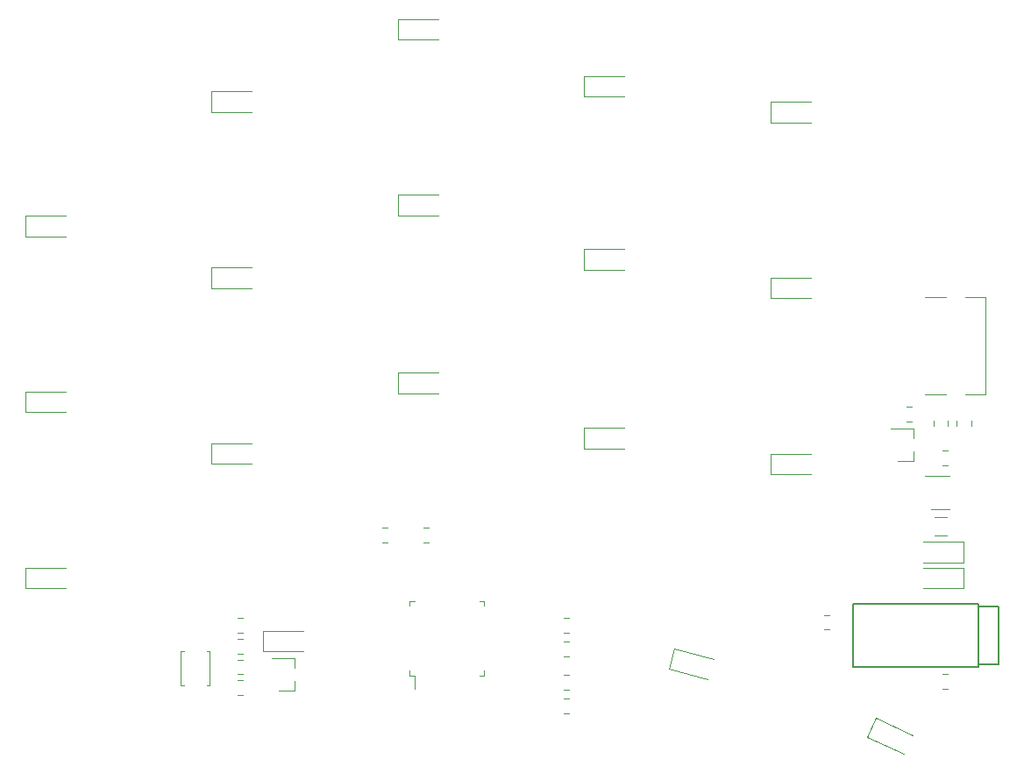
<source format=gbr>
%TF.GenerationSoftware,KiCad,Pcbnew,(6.0.7)*%
%TF.CreationDate,2022-09-28T21:23:56+08:00*%
%TF.ProjectId,ferris_left,66657272-6973-45f6-9c65-66742e6b6963,rev?*%
%TF.SameCoordinates,Original*%
%TF.FileFunction,Legend,Top*%
%TF.FilePolarity,Positive*%
%FSLAX46Y46*%
G04 Gerber Fmt 4.6, Leading zero omitted, Abs format (unit mm)*
G04 Created by KiCad (PCBNEW (6.0.7)) date 2022-09-28 21:23:56*
%MOMM*%
%LPD*%
G01*
G04 APERTURE LIST*
%ADD10C,0.120000*%
%ADD11C,0.150000*%
G04 APERTURE END LIST*
D10*
%TO.C,R1*%
X105408456Y-54101285D02*
X104885952Y-54101285D01*
X105408456Y-55521285D02*
X104885952Y-55521285D01*
%TO.C,D2_1*%
X37750000Y-57650000D02*
X41650000Y-57650000D01*
X37750000Y-59650000D02*
X41650000Y-59650000D01*
X37750000Y-57650000D02*
X37750000Y-59650000D01*
%TO.C,D1_0*%
X19750000Y-52650000D02*
X19750000Y-54650000D01*
X19750000Y-52650000D02*
X23650000Y-52650000D01*
X19750000Y-54650000D02*
X23650000Y-54650000D01*
%TO.C,D2_4*%
X91750000Y-60650000D02*
X95650000Y-60650000D01*
X91750000Y-58650000D02*
X95650000Y-58650000D01*
X91750000Y-58650000D02*
X91750000Y-60650000D01*
%TO.C,D2_0*%
X19750000Y-71650000D02*
X23650000Y-71650000D01*
X19750000Y-69650000D02*
X23650000Y-69650000D01*
X19750000Y-69650000D02*
X19750000Y-71650000D01*
%TO.C,D0_2*%
X55750000Y-16650000D02*
X55750000Y-18650000D01*
X55750000Y-16650000D02*
X59650000Y-16650000D01*
X55750000Y-18650000D02*
X59650000Y-18650000D01*
%TO.C,J1*%
X110585000Y-52960000D02*
X112485000Y-52960000D01*
X106685000Y-43560000D02*
X108685000Y-43560000D01*
X106685000Y-52960000D02*
X108685000Y-52960000D01*
X110585000Y-43560000D02*
X112485000Y-43560000D01*
X112485000Y-52960000D02*
X112485000Y-43560000D01*
%TO.C,D1_1*%
X37750000Y-40650000D02*
X37750000Y-42650000D01*
X37750000Y-40650000D02*
X41650000Y-40650000D01*
X37750000Y-42650000D02*
X41650000Y-42650000D01*
%TO.C,D0_3*%
X73750000Y-22150000D02*
X73750000Y-24150000D01*
X73750000Y-22150000D02*
X77650000Y-22150000D01*
X73750000Y-24150000D02*
X77650000Y-24150000D01*
%TO.C,D3_4*%
X101056323Y-86012196D02*
X104590924Y-87660407D01*
X101901560Y-84199580D02*
X105436160Y-85847791D01*
X101901560Y-84199580D02*
X101056323Y-86012196D01*
%TO.C,D2_2*%
X55750000Y-52800000D02*
X59650000Y-52800000D01*
X55750000Y-50800000D02*
X59650000Y-50800000D01*
X55750000Y-50800000D02*
X55750000Y-52800000D01*
%TO.C,D3_3*%
X82450487Y-77506730D02*
X81932849Y-79438582D01*
X82450487Y-77506730D02*
X86217598Y-78516125D01*
X81932849Y-79438582D02*
X85699960Y-80447976D01*
%TO.C,D1_3*%
X73750000Y-40900000D02*
X77650000Y-40900000D01*
X73750000Y-38900000D02*
X77650000Y-38900000D01*
X73750000Y-38900000D02*
X73750000Y-40900000D01*
%TO.C,D1_2*%
X55750000Y-35650000D02*
X59650000Y-35650000D01*
X55750000Y-33650000D02*
X55750000Y-35650000D01*
X55750000Y-33650000D02*
X59650000Y-33650000D01*
%TO.C,R2*%
X108323748Y-59765000D02*
X108846252Y-59765000D01*
X108323748Y-58345000D02*
X108846252Y-58345000D01*
%TO.C,D0_0*%
X19750000Y-37650000D02*
X23650000Y-37650000D01*
X19750000Y-35650000D02*
X23650000Y-35650000D01*
X19750000Y-35650000D02*
X19750000Y-37650000D01*
%TO.C,D1_4*%
X91750000Y-41650000D02*
X91750000Y-43650000D01*
X91750000Y-41650000D02*
X95650000Y-41650000D01*
X91750000Y-43650000D02*
X95650000Y-43650000D01*
%TO.C,D0_4*%
X91750000Y-24650000D02*
X91750000Y-26650000D01*
X91750000Y-26650000D02*
X95650000Y-26650000D01*
X91750000Y-24650000D02*
X95650000Y-24650000D01*
%TO.C,D0_1*%
X37750000Y-23650000D02*
X37750000Y-25650000D01*
X37750000Y-25650000D02*
X41650000Y-25650000D01*
X37750000Y-23650000D02*
X41650000Y-23650000D01*
%TO.C,D2_3*%
X73750000Y-58150000D02*
X77650000Y-58150000D01*
X73750000Y-56150000D02*
X77650000Y-56150000D01*
X73750000Y-56150000D02*
X73750000Y-58150000D01*
D11*
%TO.C,Jack0*%
X111792500Y-79000000D02*
X113792500Y-79000000D01*
X111792500Y-79250000D02*
X111792500Y-73150000D01*
X111792500Y-73150000D02*
X99692500Y-73150000D01*
X111792500Y-79250000D02*
X99692500Y-79250000D01*
X113792500Y-79000000D02*
X113792500Y-73400000D01*
X111792500Y-73400000D02*
X113792500Y-73400000D01*
X99692500Y-79250000D02*
X99692500Y-73150000D01*
D10*
%TO.C,F1*%
X108772065Y-64760003D02*
X107567937Y-64760003D01*
X108772065Y-66580003D02*
X107567937Y-66580003D01*
%TO.C,C1*%
X111106873Y-55987864D02*
X111106873Y-55465360D01*
X109686873Y-55987864D02*
X109686873Y-55465360D01*
%TO.C,C2*%
X96893748Y-74220000D02*
X97416252Y-74220000D01*
X96893748Y-75640000D02*
X97416252Y-75640000D01*
%TO.C,C3*%
X40761252Y-76540000D02*
X40238748Y-76540000D01*
X40761252Y-77960000D02*
X40238748Y-77960000D01*
%TO.C,C4*%
X40761252Y-80540000D02*
X40238748Y-80540000D01*
X40761252Y-81960000D02*
X40238748Y-81960000D01*
%TO.C,C5*%
X54761252Y-65790000D02*
X54238748Y-65790000D01*
X54761252Y-67210000D02*
X54238748Y-67210000D01*
%TO.C,C6*%
X58238748Y-65790000D02*
X58761252Y-65790000D01*
X58238748Y-67210000D02*
X58761252Y-67210000D01*
%TO.C,C7*%
X71738748Y-80040000D02*
X72261252Y-80040000D01*
X71738748Y-81460000D02*
X72261252Y-81460000D01*
%TO.C,C8*%
X71738748Y-83710000D02*
X72261252Y-83710000D01*
X71738748Y-82290000D02*
X72261252Y-82290000D01*
%TO.C,C9*%
X40238748Y-78540000D02*
X40761252Y-78540000D01*
X40238748Y-79960000D02*
X40761252Y-79960000D01*
%TO.C,C10*%
X72261252Y-76790000D02*
X71738748Y-76790000D01*
X72261252Y-78210000D02*
X71738748Y-78210000D01*
%TO.C,C11*%
X72261252Y-75960000D02*
X71738748Y-75960000D01*
X72261252Y-74540000D02*
X71738748Y-74540000D01*
%TO.C,D1*%
X110420001Y-69170003D02*
X110420001Y-67170003D01*
X110420001Y-69170003D02*
X106520001Y-69170003D01*
X110420001Y-67170003D02*
X106520001Y-67170003D01*
%TO.C,D2*%
X110420001Y-71670003D02*
X110420001Y-69670003D01*
X110420001Y-69670003D02*
X106520001Y-69670003D01*
X110420001Y-71670003D02*
X106520001Y-71670003D01*
%TO.C,D3*%
X42750000Y-75750000D02*
X46650000Y-75750000D01*
X42750000Y-77750000D02*
X46650000Y-77750000D01*
X42750000Y-75750000D02*
X42750000Y-77750000D01*
%TO.C,Q1*%
X45760000Y-78420000D02*
X43600000Y-78420000D01*
X45760000Y-81580000D02*
X45760000Y-80650000D01*
X45760000Y-78420000D02*
X45760000Y-79350000D01*
X45760000Y-81580000D02*
X44300000Y-81580000D01*
%TO.C,R4*%
X108323748Y-79935000D02*
X108846252Y-79935000D01*
X108323748Y-81355000D02*
X108846252Y-81355000D01*
%TO.C,R5*%
X40761252Y-75960000D02*
X40238748Y-75960000D01*
X40761252Y-74540000D02*
X40238748Y-74540000D01*
%TO.C,SW1*%
X35095000Y-77725000D02*
X34795000Y-77725000D01*
X34795000Y-81025000D02*
X35095000Y-81025000D01*
X34795000Y-77725000D02*
X34795000Y-81025000D01*
X37295000Y-77725000D02*
X37595000Y-77725000D01*
X37595000Y-77725000D02*
X37595000Y-81025000D01*
X37595000Y-81025000D02*
X37295000Y-81025000D01*
%TO.C,U1*%
X64110000Y-72890000D02*
X63635000Y-72890000D01*
X64110000Y-72890000D02*
X63660000Y-72890000D01*
X64110000Y-79660000D02*
X64110000Y-80110000D01*
X56890000Y-79660000D02*
X56890000Y-80110000D01*
X64110000Y-80110000D02*
X63635000Y-80110000D01*
X56890000Y-73340000D02*
X56890000Y-72890000D01*
X64110000Y-80110000D02*
X63660000Y-80110000D01*
X56890000Y-73365000D02*
X56890000Y-72890000D01*
X57340000Y-80110000D02*
X57340000Y-81400000D01*
X64110000Y-73365000D02*
X64110000Y-72890000D01*
X56890000Y-80110000D02*
X57340000Y-80110000D01*
X56890000Y-79635000D02*
X56890000Y-80110000D01*
X64110000Y-79635000D02*
X64110000Y-80110000D01*
X56890000Y-72890000D02*
X57365000Y-72890000D01*
X56890000Y-72890000D02*
X57340000Y-72890000D01*
X64110000Y-73340000D02*
X64110000Y-72890000D01*
%TO.C,U3*%
X105535000Y-56205000D02*
X105535000Y-57135000D01*
X105535000Y-56205000D02*
X103375000Y-56205000D01*
X105535000Y-59365000D02*
X105535000Y-58435000D01*
X105535000Y-59365000D02*
X104075000Y-59365000D01*
%TO.C,U4*%
X107270001Y-64030003D02*
X109070001Y-64030003D01*
X109070001Y-60810003D02*
X106620001Y-60810003D01*
%TO.C,R3*%
X107479320Y-55987864D02*
X107479320Y-55465360D01*
X108899320Y-55987864D02*
X108899320Y-55465360D01*
%TD*%
M02*

</source>
